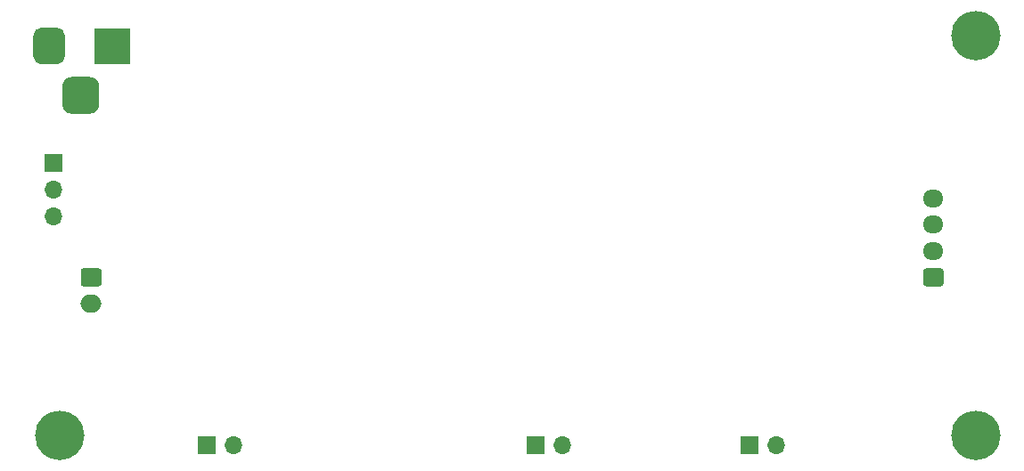
<source format=gbr>
%TF.GenerationSoftware,KiCad,Pcbnew,5.1.10-88a1d61d58~90~ubuntu21.04.1*%
%TF.CreationDate,2021-07-30T10:57:06+02:00*%
%TF.ProjectId,DccDecoder,44636344-6563-46f6-9465-722e6b696361,rev?*%
%TF.SameCoordinates,Original*%
%TF.FileFunction,Soldermask,Bot*%
%TF.FilePolarity,Negative*%
%FSLAX46Y46*%
G04 Gerber Fmt 4.6, Leading zero omitted, Abs format (unit mm)*
G04 Created by KiCad (PCBNEW 5.1.10-88a1d61d58~90~ubuntu21.04.1) date 2021-07-30 10:57:06*
%MOMM*%
%LPD*%
G01*
G04 APERTURE LIST*
%ADD10C,4.700000*%
%ADD11O,1.700000X1.700000*%
%ADD12R,1.700000X1.700000*%
%ADD13R,3.500000X3.500000*%
%ADD14O,1.950000X1.700000*%
%ADD15O,2.000000X1.700000*%
G04 APERTURE END LIST*
D10*
%TO.C,H3*%
X111000000Y-24000000D03*
%TD*%
%TO.C,H2*%
X111000000Y-62000000D03*
%TD*%
%TO.C,H1*%
X24000000Y-62000000D03*
%TD*%
D11*
%TO.C,J6*%
X92040000Y-63000000D03*
D12*
X89500000Y-63000000D03*
%TD*%
D11*
%TO.C,J5*%
X71750000Y-63000000D03*
D12*
X69210000Y-63000000D03*
%TD*%
%TO.C,J2*%
G36*
G01*
X24250000Y-30575000D02*
X24250000Y-28825000D01*
G75*
G02*
X25125000Y-27950000I875000J0D01*
G01*
X26875000Y-27950000D01*
G75*
G02*
X27750000Y-28825000I0J-875000D01*
G01*
X27750000Y-30575000D01*
G75*
G02*
X26875000Y-31450000I-875000J0D01*
G01*
X25125000Y-31450000D01*
G75*
G02*
X24250000Y-30575000I0J875000D01*
G01*
G37*
G36*
G01*
X21500000Y-26000000D02*
X21500000Y-24000000D01*
G75*
G02*
X22250000Y-23250000I750000J0D01*
G01*
X23750000Y-23250000D01*
G75*
G02*
X24500000Y-24000000I0J-750000D01*
G01*
X24500000Y-26000000D01*
G75*
G02*
X23750000Y-26750000I-750000J0D01*
G01*
X22250000Y-26750000D01*
G75*
G02*
X21500000Y-26000000I0J750000D01*
G01*
G37*
D13*
X29000000Y-25000000D03*
%TD*%
D14*
%TO.C,J7*%
X107000000Y-39500000D03*
X107000000Y-42000000D03*
X107000000Y-44500000D03*
G36*
G01*
X107725000Y-47850000D02*
X106275000Y-47850000D01*
G75*
G02*
X106025000Y-47600000I0J250000D01*
G01*
X106025000Y-46400000D01*
G75*
G02*
X106275000Y-46150000I250000J0D01*
G01*
X107725000Y-46150000D01*
G75*
G02*
X107975000Y-46400000I0J-250000D01*
G01*
X107975000Y-47600000D01*
G75*
G02*
X107725000Y-47850000I-250000J0D01*
G01*
G37*
%TD*%
D11*
%TO.C,J4*%
X40540000Y-63000000D03*
D12*
X38000000Y-63000000D03*
%TD*%
D11*
%TO.C,J3*%
X23400000Y-41230000D03*
X23400000Y-38690000D03*
D12*
X23400000Y-36150000D03*
%TD*%
D15*
%TO.C,J1*%
X27000000Y-49500000D03*
G36*
G01*
X26250000Y-46150000D02*
X27750000Y-46150000D01*
G75*
G02*
X28000000Y-46400000I0J-250000D01*
G01*
X28000000Y-47600000D01*
G75*
G02*
X27750000Y-47850000I-250000J0D01*
G01*
X26250000Y-47850000D01*
G75*
G02*
X26000000Y-47600000I0J250000D01*
G01*
X26000000Y-46400000D01*
G75*
G02*
X26250000Y-46150000I250000J0D01*
G01*
G37*
%TD*%
M02*

</source>
